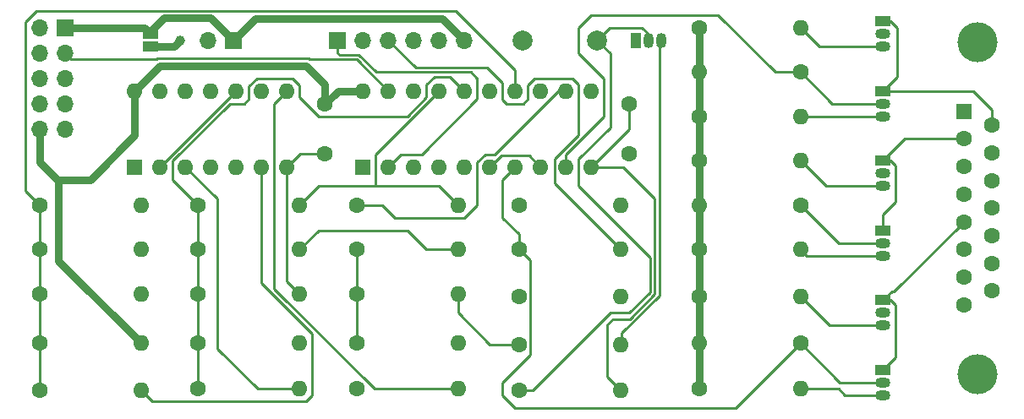
<source format=gbr>
%TF.GenerationSoftware,KiCad,Pcbnew,7.0.8*%
%TF.CreationDate,2025-04-01T12:55:51+02:00*%
%TF.ProjectId,colorswitch,636f6c6f-7273-4776-9974-63682e6b6963,rev?*%
%TF.SameCoordinates,Original*%
%TF.FileFunction,Copper,L1,Top*%
%TF.FilePolarity,Positive*%
%FSLAX46Y46*%
G04 Gerber Fmt 4.6, Leading zero omitted, Abs format (unit mm)*
G04 Created by KiCad (PCBNEW 7.0.8) date 2025-04-01 12:55:51*
%MOMM*%
%LPD*%
G01*
G04 APERTURE LIST*
%TA.AperFunction,ComponentPad*%
%ADD10C,4.000000*%
%TD*%
%TA.AperFunction,ComponentPad*%
%ADD11R,1.600000X1.600000*%
%TD*%
%TA.AperFunction,ComponentPad*%
%ADD12C,1.600000*%
%TD*%
%TA.AperFunction,ComponentPad*%
%ADD13O,1.600000X1.600000*%
%TD*%
%TA.AperFunction,ComponentPad*%
%ADD14R,1.700000X1.700000*%
%TD*%
%TA.AperFunction,ComponentPad*%
%ADD15O,1.700000X1.700000*%
%TD*%
%TA.AperFunction,ComponentPad*%
%ADD16C,2.000000*%
%TD*%
%TA.AperFunction,ComponentPad*%
%ADD17R,1.050000X1.500000*%
%TD*%
%TA.AperFunction,ComponentPad*%
%ADD18O,1.050000X1.500000*%
%TD*%
%TA.AperFunction,ComponentPad*%
%ADD19R,1.500000X1.050000*%
%TD*%
%TA.AperFunction,ComponentPad*%
%ADD20O,1.500000X1.050000*%
%TD*%
%TA.AperFunction,SMDPad,CuDef*%
%ADD21R,1.500000X1.000000*%
%TD*%
%TA.AperFunction,ViaPad*%
%ADD22C,1.000000*%
%TD*%
%TA.AperFunction,Conductor*%
%ADD23C,0.250000*%
%TD*%
%TA.AperFunction,Conductor*%
%ADD24C,0.750000*%
%TD*%
G04 APERTURE END LIST*
D10*
%TO.P,J4,0*%
%TO.N,N/C*%
X190470000Y-80190000D03*
X190470000Y-113490000D03*
D11*
%TO.P,J4,1,1*%
%TO.N,GND1*%
X189050000Y-87145000D03*
D12*
%TO.P,J4,2,2*%
%TO.N,RED*%
X189050000Y-89915000D03*
%TO.P,J4,3,3*%
%TO.N,CSYNC*%
X189050000Y-92685000D03*
%TO.P,J4,4,4*%
%TO.N,unconnected-(J4-Pad4)*%
X189050000Y-95455000D03*
%TO.P,J4,5,5*%
%TO.N,GREEN*%
X189050000Y-98225000D03*
%TO.P,J4,6,6*%
%TO.N,GND1*%
X189050000Y-100995000D03*
%TO.P,J4,7,7*%
%TO.N,unconnected-(J4-Pad7)*%
X189050000Y-103765000D03*
%TO.P,J4,8,8*%
%TO.N,unconnected-(J4-Pad8)*%
X189050000Y-106535000D03*
%TO.P,J4,9,P9*%
%TO.N,BLUE*%
X191890000Y-88530000D03*
%TO.P,J4,10,P10*%
%TO.N,unconnected-(J4-P10-Pad10)*%
X191890000Y-91300000D03*
%TO.P,J4,11,P111*%
%TO.N,unconnected-(J4-P111-Pad11)*%
X191890000Y-94070000D03*
%TO.P,J4,12,P12*%
%TO.N,unconnected-(J4-P12-Pad12)*%
X191890000Y-96840000D03*
%TO.P,J4,13,P13*%
%TO.N,GND1*%
X191890000Y-99610000D03*
%TO.P,J4,14,P14*%
%TO.N,unconnected-(J4-P14-Pad14)*%
X191890000Y-102380000D03*
%TO.P,J4,15,P15*%
%TO.N,unconnected-(J4-P15-Pad15)*%
X191890000Y-105150000D03*
%TD*%
%TO.P,R30,1*%
%TO.N,Net-(Q8-B)*%
X144537841Y-115082000D03*
D13*
%TO.P,R30,2*%
%TO.N,GND1*%
X154697841Y-115082000D03*
%TD*%
D12*
%TO.P,R23,1*%
%TO.N,CG*%
X128281841Y-105430000D03*
D13*
%TO.P,R23,2*%
%TO.N,GND1*%
X138441841Y-105430000D03*
%TD*%
D14*
%TO.P,J2,1,Pin_1*%
%TO.N,Net-(J2-Pin_1)*%
X126376841Y-80030000D03*
D15*
%TO.P,J2,2,Pin_2*%
%TO.N,unconnected-(J2-Pin_2-Pad2)*%
X128916841Y-80030000D03*
%TO.P,J2,3,Pin_3*%
%TO.N,Net-(J2-Pin_3)*%
X131456841Y-80030000D03*
%TO.P,J2,4,Pin_4*%
%TO.N,Net-(J2-Pin_4)*%
X133996841Y-80030000D03*
%TO.P,J2,5,Pin_5*%
%TO.N,Net-(J2-Pin_5)*%
X136536841Y-80030000D03*
%TO.P,J2,6,Pin_6*%
%TO.N,GND*%
X139076841Y-80030000D03*
%TD*%
D14*
%TO.P,J3,1,Pin_1*%
%TO.N,GND*%
X115896841Y-80030000D03*
D15*
%TO.P,J3,2,Pin_2*%
%TO.N,VCC*%
X113356841Y-80030000D03*
%TD*%
D12*
%TO.P,R5,1*%
%TO.N,VCC*%
X162571841Y-114955000D03*
D13*
%TO.P,R5,2*%
%TO.N,Net-(Q5-C)*%
X172731841Y-114955000D03*
%TD*%
D12*
%TO.P,R13,1*%
%TO.N,CB*%
X112406841Y-105430000D03*
D13*
%TO.P,R13,2*%
%TO.N,GND1*%
X122566841Y-105430000D03*
%TD*%
D12*
%TO.P,R15,1*%
%TO.N,CB*%
X112406841Y-114955000D03*
D13*
%TO.P,R15,2*%
%TO.N,X3*%
X122566841Y-114955000D03*
%TD*%
D14*
%TO.P,J1,1,Pin_1*%
%TO.N,GND*%
X99066841Y-78765000D03*
D15*
%TO.P,J1,2,Pin_2*%
%TO.N,INT*%
X96526841Y-78765000D03*
%TO.P,J1,3,Pin_3*%
%TO.N,ENABLE*%
X99066841Y-81305000D03*
%TO.P,J1,4,Pin_4*%
%TO.N,CS*%
X96526841Y-81305000D03*
%TO.P,J1,5,Pin_5*%
%TO.N,R*%
X99066841Y-83845000D03*
%TO.P,J1,6,Pin_6*%
%TO.N,unconnected-(J1-Pin_6-Pad6)*%
X96526841Y-83845000D03*
%TO.P,J1,7,Pin_7*%
%TO.N,G*%
X99066841Y-86385000D03*
%TO.P,J1,8,Pin_8*%
%TO.N,unconnected-(J1-Pin_8-Pad8)*%
X96526841Y-86385000D03*
%TO.P,J1,9,Pin_9*%
%TO.N,B*%
X99066841Y-88925000D03*
%TO.P,J1,10,Pin_10*%
%TO.N,VCC*%
X96526841Y-88925000D03*
%TD*%
D11*
%TO.P,U2,1*%
%TO.N,G*%
X106056841Y-92730000D03*
D13*
%TO.P,U2,2*%
%TO.N,Net-(Q8-C)*%
X108596841Y-92730000D03*
%TO.P,U2,3*%
%TO.N,X3*%
X111136841Y-92730000D03*
%TO.P,U2,4*%
%TO.N,B*%
X113676841Y-92730000D03*
%TO.P,U2,5*%
%TO.N,Net-(Q8-C)*%
X116216841Y-92730000D03*
%TO.P,U2,6*%
%TO.N,X5*%
X118756841Y-92730000D03*
%TO.P,U2,7,GND*%
%TO.N,GND1*%
X121296841Y-92730000D03*
%TO.P,U2,8*%
%TO.N,X6*%
X121296841Y-85110000D03*
%TO.P,U2,9*%
%TO.N,R*%
X118756841Y-85110000D03*
%TO.P,U2,10*%
%TO.N,Net-(Q8-C)*%
X116216841Y-85110000D03*
%TO.P,U2,11*%
%TO.N,X2*%
X113676841Y-85110000D03*
%TO.P,U2,12*%
%TO.N,INT*%
X111136841Y-85110000D03*
%TO.P,U2,13*%
%TO.N,Net-(Q8-C)*%
X108596841Y-85110000D03*
%TO.P,U2,14,VCC*%
%TO.N,VCC*%
X106056841Y-85110000D03*
%TD*%
D16*
%TO.P,C3,1*%
%TO.N,CS*%
X144851841Y-80030000D03*
%TO.P,C3,2*%
%TO.N,Net-(Q8-B)*%
X152351841Y-80030000D03*
%TD*%
D12*
%TO.P,R11,1*%
%TO.N,CB*%
X112406841Y-96540000D03*
D13*
%TO.P,R11,2*%
%TO.N,CS*%
X122566841Y-96540000D03*
%TD*%
D12*
%TO.P,R17,1*%
%TO.N,CR*%
X96531841Y-100985000D03*
D13*
%TO.P,R17,2*%
%TO.N,X2*%
X106691841Y-100985000D03*
%TD*%
D17*
%TO.P,Q8,1,E*%
%TO.N,VCC*%
X156221841Y-80030000D03*
D18*
%TO.P,Q8,2,B*%
%TO.N,Net-(Q8-B)*%
X157491841Y-80030000D03*
%TO.P,Q8,3,C*%
%TO.N,Net-(Q8-C)*%
X158761841Y-80030000D03*
%TD*%
D12*
%TO.P,R26,1*%
%TO.N,Net-(Q3-B)*%
X144537841Y-96540000D03*
D13*
%TO.P,R26,2*%
%TO.N,Net-(J2-Pin_4)*%
X154697841Y-96540000D03*
%TD*%
D12*
%TO.P,R27,1*%
%TO.N,Net-(Q5-B)*%
X144537841Y-100985000D03*
D13*
%TO.P,R27,2*%
%TO.N,Net-(J2-Pin_3)*%
X154697841Y-100985000D03*
%TD*%
D19*
%TO.P,Q3,1,E*%
%TO.N,RED*%
X180986841Y-99080000D03*
D20*
%TO.P,Q3,2,B*%
%TO.N,Net-(Q3-B)*%
X180986841Y-100350000D03*
%TO.P,Q3,3,C*%
%TO.N,Net-(Q3-C)*%
X180986841Y-101620000D03*
%TD*%
D12*
%TO.P,R19,1*%
%TO.N,CR*%
X96531841Y-110383000D03*
D13*
%TO.P,R19,2*%
%TO.N,VCC*%
X106691841Y-110383000D03*
%TD*%
D19*
%TO.P,Q2,1,E*%
%TO.N,BLUE*%
X180986841Y-78125000D03*
D20*
%TO.P,Q2,2,B*%
%TO.N,CB*%
X180986841Y-79395000D03*
%TO.P,Q2,3,C*%
%TO.N,Net-(Q2-C)*%
X180986841Y-80665000D03*
%TD*%
D12*
%TO.P,R29,1*%
%TO.N,GND1*%
X144537841Y-110510000D03*
D13*
%TO.P,R29,2*%
%TO.N,Net-(Q8-C)*%
X154697841Y-110510000D03*
%TD*%
D12*
%TO.P,R4,1*%
%TO.N,VCC*%
X162571841Y-92095000D03*
D13*
%TO.P,R4,2*%
%TO.N,Net-(Q4-C)*%
X172731841Y-92095000D03*
%TD*%
D12*
%TO.P,R14,1*%
%TO.N,CB*%
X112406841Y-110383000D03*
D13*
%TO.P,R14,2*%
%TO.N,VCC*%
X122566841Y-110383000D03*
%TD*%
D12*
%TO.P,R18,1*%
%TO.N,CR*%
X96531841Y-105430000D03*
D13*
%TO.P,R18,2*%
%TO.N,GND1*%
X106691841Y-105430000D03*
%TD*%
D21*
%TO.P,JP1,1,A*%
%TO.N,GND*%
X107621841Y-79365000D03*
%TO.P,JP1,2,B*%
%TO.N,GND1*%
X107621841Y-80665000D03*
%TD*%
D19*
%TO.P,Q6,1,E*%
%TO.N,GREEN*%
X180986841Y-106065000D03*
D20*
%TO.P,Q6,2,B*%
%TO.N,CG*%
X180986841Y-107335000D03*
%TO.P,Q6,3,C*%
%TO.N,Net-(Q6-C)*%
X180986841Y-108605000D03*
%TD*%
D12*
%TO.P,R16,1*%
%TO.N,CR*%
X96531841Y-96540000D03*
D13*
%TO.P,R16,2*%
%TO.N,CS*%
X106691841Y-96540000D03*
%TD*%
D12*
%TO.P,R8,1*%
%TO.N,Net-(Q1-B)*%
X172731841Y-83205000D03*
D13*
%TO.P,R8,2*%
%TO.N,VCC*%
X162571841Y-83205000D03*
%TD*%
D12*
%TO.P,R10,1*%
%TO.N,Net-(Q5-B)*%
X172731841Y-110383000D03*
D13*
%TO.P,R10,2*%
%TO.N,VCC*%
X162571841Y-110383000D03*
%TD*%
D12*
%TO.P,R3,1*%
%TO.N,VCC*%
X162571841Y-100985000D03*
D13*
%TO.P,R3,2*%
%TO.N,Net-(Q3-C)*%
X172731841Y-100985000D03*
%TD*%
D12*
%TO.P,R25,1*%
%TO.N,CG*%
X128281841Y-114955000D03*
D13*
%TO.P,R25,2*%
%TO.N,X6*%
X138441841Y-114955000D03*
%TD*%
D12*
%TO.P,R6,1*%
%TO.N,VCC*%
X162571841Y-105684000D03*
D13*
%TO.P,R6,2*%
%TO.N,Net-(Q6-C)*%
X172731841Y-105684000D03*
%TD*%
D12*
%TO.P,C1,1*%
%TO.N,VCC*%
X125106841Y-86420000D03*
%TO.P,C1,2*%
%TO.N,GND1*%
X125106841Y-91420000D03*
%TD*%
D19*
%TO.P,Q5,1,E*%
%TO.N,GREEN*%
X180986841Y-113050000D03*
D20*
%TO.P,Q5,2,B*%
%TO.N,Net-(Q5-B)*%
X180986841Y-114320000D03*
%TO.P,Q5,3,C*%
%TO.N,Net-(Q5-C)*%
X180986841Y-115590000D03*
%TD*%
D19*
%TO.P,Q1,1,E*%
%TO.N,BLUE*%
X180986841Y-85110000D03*
D20*
%TO.P,Q1,2,B*%
%TO.N,Net-(Q1-B)*%
X180986841Y-86380000D03*
%TO.P,Q1,3,C*%
%TO.N,Net-(Q1-C)*%
X180986841Y-87650000D03*
%TD*%
D12*
%TO.P,R2,1*%
%TO.N,VCC*%
X162571841Y-78760000D03*
D13*
%TO.P,R2,2*%
%TO.N,Net-(Q2-C)*%
X172731841Y-78760000D03*
%TD*%
D12*
%TO.P,R9,1*%
%TO.N,Net-(Q3-B)*%
X172731841Y-96540000D03*
D13*
%TO.P,R9,2*%
%TO.N,VCC*%
X162571841Y-96540000D03*
%TD*%
D19*
%TO.P,Q4,1,E*%
%TO.N,RED*%
X180986841Y-92095000D03*
D20*
%TO.P,Q4,2,B*%
%TO.N,CR*%
X180986841Y-93365000D03*
%TO.P,Q4,3,C*%
%TO.N,Net-(Q4-C)*%
X180986841Y-94635000D03*
%TD*%
D12*
%TO.P,R22,1*%
%TO.N,CG*%
X128281841Y-100985000D03*
D13*
%TO.P,R22,2*%
%TO.N,X2*%
X138441841Y-100985000D03*
%TD*%
D12*
%TO.P,R28,1*%
%TO.N,Net-(Q1-B)*%
X144537841Y-105684000D03*
D13*
%TO.P,R28,2*%
%TO.N,Net-(J2-Pin_5)*%
X154697841Y-105684000D03*
%TD*%
D12*
%TO.P,R20,1*%
%TO.N,CR*%
X96531841Y-115082000D03*
D13*
%TO.P,R20,2*%
%TO.N,X5*%
X106691841Y-115082000D03*
%TD*%
D12*
%TO.P,C2,1*%
%TO.N,VCC*%
X155586841Y-91420000D03*
%TO.P,C2,2*%
%TO.N,GND1*%
X155586841Y-86420000D03*
%TD*%
%TO.P,R21,1*%
%TO.N,CG*%
X128281841Y-96540000D03*
D13*
%TO.P,R21,2*%
%TO.N,CS*%
X138441841Y-96540000D03*
%TD*%
D11*
%TO.P,U1,1*%
%TO.N,ENABLE*%
X128916841Y-92730000D03*
D13*
%TO.P,U1,2*%
%TO.N,Net-(J2-Pin_1)*%
X131456841Y-92730000D03*
%TO.P,U1,3*%
%TO.N,CSYNC*%
X133996841Y-92730000D03*
%TO.P,U1,4*%
%TO.N,GND1*%
X136536841Y-92730000D03*
%TO.P,U1,5*%
%TO.N,Net-(Q3-B)*%
X139076841Y-92730000D03*
%TO.P,U1,6*%
%TO.N,GND1*%
X141616841Y-92730000D03*
%TO.P,U1,7*%
%TO.N,Net-(Q5-B)*%
X144156841Y-92730000D03*
%TO.P,U1,8*%
%TO.N,GND1*%
X146696841Y-92730000D03*
%TO.P,U1,9*%
%TO.N,Net-(Q1-B)*%
X149236841Y-92730000D03*
%TO.P,U1,10,GND*%
%TO.N,GND1*%
X151776841Y-92730000D03*
%TO.P,U1,11*%
X151776841Y-85110000D03*
%TO.P,U1,12*%
%TO.N,CG*%
X149236841Y-85110000D03*
%TO.P,U1,13*%
%TO.N,GND1*%
X146696841Y-85110000D03*
%TO.P,U1,14*%
%TO.N,CR*%
X144156841Y-85110000D03*
%TO.P,U1,15*%
%TO.N,GND1*%
X141616841Y-85110000D03*
%TO.P,U1,16*%
%TO.N,CB*%
X139076841Y-85110000D03*
%TO.P,U1,17*%
%TO.N,CS*%
X136536841Y-85110000D03*
%TO.P,U1,18*%
%TO.N,CSYNC*%
X133996841Y-85110000D03*
%TO.P,U1,19*%
%TO.N,ENABLE*%
X131456841Y-85110000D03*
%TO.P,U1,20,VCC*%
%TO.N,VCC*%
X128916841Y-85110000D03*
%TD*%
D12*
%TO.P,R1,1*%
%TO.N,VCC*%
X162571841Y-87650000D03*
D13*
%TO.P,R1,2*%
%TO.N,Net-(Q1-C)*%
X172731841Y-87650000D03*
%TD*%
D12*
%TO.P,R24,1*%
%TO.N,CG*%
X128281841Y-110383000D03*
D13*
%TO.P,R24,2*%
%TO.N,VCC*%
X138441841Y-110383000D03*
%TD*%
D12*
%TO.P,R12,1*%
%TO.N,CB*%
X112406841Y-100985000D03*
D13*
%TO.P,R12,2*%
%TO.N,X2*%
X122566841Y-100985000D03*
%TD*%
D22*
%TO.N,GND1*%
X110621841Y-80080000D03*
%TD*%
D23*
%TO.N,BLUE*%
X180986841Y-85110000D02*
X180996841Y-85100000D01*
X191890000Y-86988000D02*
X191890000Y-88530000D01*
X180996841Y-85100000D02*
X190002000Y-85100000D01*
X190002000Y-85100000D02*
X191890000Y-86988000D01*
%TO.N,GREEN*%
X189050000Y-98225000D02*
X182085380Y-105189620D01*
X182085380Y-105189620D02*
X181862221Y-105189620D01*
%TO.N,RED*%
X189050000Y-89915000D02*
X183166841Y-89915000D01*
X183166841Y-89915000D02*
X180986841Y-92095000D01*
D24*
%TO.N,VCC*%
X162571841Y-87650000D02*
X162571841Y-92095000D01*
X125106841Y-84475000D02*
X123201841Y-82570000D01*
X98436841Y-94145000D02*
X96526841Y-92235000D01*
X98436841Y-102128000D02*
X98436841Y-94145000D01*
X106056841Y-89555000D02*
X106056841Y-85110000D01*
X108596841Y-82570000D02*
X106056841Y-85110000D01*
X162571841Y-96540000D02*
X162571841Y-100985000D01*
X106691841Y-110383000D02*
X98436841Y-102128000D01*
X162571841Y-83205000D02*
X162571841Y-87650000D01*
X123201841Y-82570000D02*
X108596841Y-82570000D01*
X96526841Y-92235000D02*
X96526841Y-88925000D01*
X162571841Y-110383000D02*
X162571841Y-115082000D01*
D23*
X122693841Y-110510000D02*
X122566841Y-110383000D01*
D24*
X125106841Y-86420000D02*
X125106841Y-84475000D01*
X162571841Y-78760000D02*
X162571841Y-83205000D01*
X128916841Y-85110000D02*
X126416841Y-85110000D01*
X126416841Y-85110000D02*
X125106841Y-86420000D01*
X162571841Y-105684000D02*
X162571841Y-100985000D01*
X162571841Y-110383000D02*
X162571841Y-105684000D01*
X98371841Y-94000000D02*
X101611841Y-94000000D01*
X101611841Y-94000000D02*
X106056841Y-89555000D01*
X162571841Y-92095000D02*
X162571841Y-96540000D01*
D23*
X98331841Y-94040000D02*
X98371841Y-94000000D01*
%TO.N,GND1*%
X122566841Y-105430000D02*
X121296841Y-104160000D01*
X155586841Y-86420000D02*
X155586841Y-88920000D01*
X154951841Y-92730000D02*
X158126841Y-95905000D01*
D24*
X110621841Y-80080000D02*
X110036841Y-80665000D01*
X110036841Y-80665000D02*
X107621841Y-80665000D01*
D23*
X155588237Y-107970000D02*
X153931841Y-107970000D01*
X153931841Y-107970000D02*
X153371841Y-108530000D01*
X110621841Y-80080000D02*
X110521841Y-79980000D01*
X138441841Y-107335000D02*
X141616841Y-110510000D01*
X141616841Y-92730000D02*
X142741841Y-91605000D01*
X141616841Y-110510000D02*
X144537841Y-110510000D01*
X121296841Y-104160000D02*
X121296841Y-92730000D01*
X145571841Y-91605000D02*
X146696841Y-92730000D01*
X142741841Y-91605000D02*
X145571841Y-91605000D01*
X138441841Y-105430000D02*
X138441841Y-107335000D01*
X155586841Y-88920000D02*
X151776841Y-92730000D01*
X122606841Y-91420000D02*
X121296841Y-92730000D01*
X153371841Y-108530000D02*
X153371841Y-113756000D01*
X153371841Y-113756000D02*
X154697841Y-115082000D01*
X158126841Y-95905000D02*
X158126841Y-105431396D01*
X125106841Y-91420000D02*
X122606841Y-91420000D01*
X158126841Y-105431396D02*
X155588237Y-107970000D01*
X151776841Y-92730000D02*
X154951841Y-92730000D01*
%TO.N,CS*%
X136536841Y-94635000D02*
X130186841Y-94635000D01*
X130186841Y-94635000D02*
X130186841Y-91460000D01*
X138441841Y-96540000D02*
X136536841Y-94635000D01*
X130186841Y-91460000D02*
X136536841Y-85110000D01*
X124471841Y-94635000D02*
X130186841Y-94635000D01*
X122566841Y-96540000D02*
X124471841Y-94635000D01*
%TO.N,Net-(Q8-B)*%
X153681841Y-81360000D02*
X152351841Y-80030000D01*
X152351841Y-80030000D02*
X153621841Y-78760000D01*
X157676841Y-101805000D02*
X150506841Y-94635000D01*
X157676841Y-105245000D02*
X157676841Y-101805000D01*
X153681841Y-88763061D02*
X153681841Y-81360000D01*
X144537841Y-115082000D02*
X145934841Y-115082000D01*
X157491841Y-79395000D02*
X157491841Y-80030000D01*
X153621841Y-78760000D02*
X156856841Y-78760000D01*
X150506841Y-91938061D02*
X153681841Y-88763061D01*
X150506841Y-94635000D02*
X150506841Y-91938061D01*
X156856841Y-78760000D02*
X157491841Y-79395000D01*
X145934841Y-115082000D02*
X153681841Y-107335000D01*
X153681841Y-107335000D02*
X155586841Y-107335000D01*
X155586841Y-107335000D02*
X157676841Y-105245000D01*
%TO.N,BLUE*%
X182371841Y-83725000D02*
X182371841Y-78760000D01*
X181736841Y-78125000D02*
X180986841Y-78125000D01*
X182371841Y-78760000D02*
X181736841Y-78125000D01*
X180986841Y-85110000D02*
X182371841Y-83725000D01*
%TO.N,Net-(Q1-B)*%
X172731841Y-83205000D02*
X175906841Y-86380000D01*
X153046841Y-87650000D02*
X153046841Y-83840000D01*
X181140031Y-86380000D02*
X180986841Y-86380000D01*
X149236841Y-91460000D02*
X153046841Y-87650000D01*
X150506841Y-81300000D02*
X150506841Y-78760000D01*
X170191841Y-83205000D02*
X172731841Y-83205000D01*
X164476841Y-77490000D02*
X170191841Y-83205000D01*
X175906841Y-86380000D02*
X180986841Y-86380000D01*
X153046841Y-83840000D02*
X150506841Y-81300000D01*
X149236841Y-92730000D02*
X149236841Y-91460000D01*
X151776841Y-77490000D02*
X164476841Y-77490000D01*
X150506841Y-78760000D02*
X151776841Y-77490000D01*
%TO.N,Net-(Q1-C)*%
X172731841Y-87650000D02*
X180986841Y-87650000D01*
%TO.N,CB*%
X117008780Y-86380000D02*
X117486841Y-85901939D01*
X133360445Y-87650000D02*
X135266841Y-85743604D01*
X112406841Y-96540000D02*
X112406841Y-100985000D01*
X109866841Y-92095698D02*
X115582539Y-86380000D01*
X117486841Y-84635561D02*
X118282402Y-83840000D01*
X122566841Y-85743604D02*
X124473237Y-87650000D01*
X136086841Y-83655000D02*
X137621841Y-83655000D01*
X135266841Y-84475000D02*
X136086841Y-83655000D01*
X117486841Y-85901939D02*
X117486841Y-84635561D01*
X109866841Y-94000000D02*
X109866841Y-92095698D01*
X137621841Y-83655000D02*
X139076841Y-85110000D01*
X115582539Y-86380000D02*
X117008780Y-86380000D01*
X112406841Y-100985000D02*
X112406841Y-105430000D01*
X118282402Y-83840000D02*
X121890445Y-83840000D01*
X112406841Y-96540000D02*
X109866841Y-94000000D01*
X121890445Y-83840000D02*
X122566841Y-84516396D01*
X112406841Y-105430000D02*
X112406841Y-110383000D01*
X122566841Y-84516396D02*
X122566841Y-85743604D01*
X135266841Y-85743604D02*
X135266841Y-84475000D01*
X124473237Y-87650000D02*
X133360445Y-87650000D01*
X112406841Y-114955000D02*
X112406841Y-110383000D01*
%TO.N,Net-(Q2-C)*%
X174636841Y-80665000D02*
X180986841Y-80665000D01*
X172731841Y-78760000D02*
X174636841Y-80665000D01*
%TO.N,RED*%
X182256841Y-96245000D02*
X180986841Y-97515000D01*
X182256841Y-92615000D02*
X182256841Y-96245000D01*
X180986841Y-99080000D02*
X180986841Y-97515000D01*
X180986841Y-92095000D02*
X181736841Y-92095000D01*
X181736841Y-92095000D02*
X182256841Y-92615000D01*
%TO.N,Net-(Q3-B)*%
X172731841Y-96540000D02*
X176541841Y-100350000D01*
X176541841Y-100350000D02*
X180986841Y-100350000D01*
%TO.N,Net-(Q3-C)*%
X172731841Y-100985000D02*
X173366841Y-101620000D01*
X173366841Y-101620000D02*
X180986841Y-101620000D01*
%TO.N,CR*%
X96531841Y-105430000D02*
X96531841Y-110383000D01*
X96531841Y-100985000D02*
X96531841Y-105430000D01*
X96531841Y-96540000D02*
X96531841Y-100985000D01*
X144156841Y-83009973D02*
X144156841Y-85110000D01*
X96211814Y-77080000D02*
X138226868Y-77080000D01*
X96531841Y-115082000D02*
X96531841Y-110383000D01*
X95121841Y-95130000D02*
X95121841Y-78169973D01*
X138226868Y-77080000D02*
X144156841Y-83009973D01*
X96531841Y-96540000D02*
X95121841Y-95130000D01*
X95121841Y-78169973D02*
X96211814Y-77080000D01*
%TO.N,Net-(Q4-C)*%
X175271841Y-94635000D02*
X180986841Y-94635000D01*
X172731841Y-92095000D02*
X175271841Y-94635000D01*
%TO.N,GREEN*%
X181736841Y-106065000D02*
X182256841Y-106585000D01*
X182256841Y-111780000D02*
X180986841Y-113050000D01*
X182256841Y-106585000D02*
X182256841Y-111780000D01*
X180986841Y-106065000D02*
X181736841Y-106065000D01*
X181862221Y-105189620D02*
X180986841Y-106065000D01*
%TO.N,Net-(Q5-B)*%
X144537841Y-100985000D02*
X145662841Y-102110000D01*
X145662841Y-102110000D02*
X145662841Y-111542604D01*
X142886841Y-97810000D02*
X144537841Y-99461000D01*
X176668841Y-114320000D02*
X180986841Y-114320000D01*
X142886841Y-94000000D02*
X142886841Y-97810000D01*
X166254841Y-116860000D02*
X172731841Y-110383000D01*
X142886841Y-115590000D02*
X144156841Y-116860000D01*
X144156841Y-116860000D02*
X166254841Y-116860000D01*
X172731841Y-110383000D02*
X176668841Y-114320000D01*
X145662841Y-111542604D02*
X142886841Y-114318604D01*
X144156841Y-92730000D02*
X142886841Y-94000000D01*
X142886841Y-114318604D02*
X142886841Y-115590000D01*
X144537841Y-99461000D02*
X144537841Y-100985000D01*
%TO.N,Net-(Q5-C)*%
X172731841Y-114955000D02*
X176541841Y-114955000D01*
X172731841Y-115082000D02*
X172731841Y-114955000D01*
X177176841Y-115590000D02*
X180986841Y-115590000D01*
X176541841Y-114955000D02*
X177176841Y-115590000D01*
%TO.N,CG*%
X141142402Y-91460000D02*
X140346841Y-92255561D01*
X142086841Y-91460000D02*
X141142402Y-91460000D01*
X148436841Y-85110000D02*
X142086841Y-91460000D01*
X140346841Y-92255561D02*
X140346841Y-96540000D01*
X130821841Y-96540000D02*
X128281841Y-96540000D01*
X149236841Y-85110000D02*
X148436841Y-85110000D01*
X128281841Y-100985000D02*
X128281841Y-105430000D01*
X139076841Y-97810000D02*
X132091841Y-97810000D01*
X128281841Y-105430000D02*
X128281841Y-110383000D01*
X132091841Y-97810000D02*
X130821841Y-96540000D01*
X140346841Y-96540000D02*
X139076841Y-97810000D01*
%TO.N,Net-(Q6-C)*%
X172731841Y-105684000D02*
X175652841Y-108605000D01*
X175652841Y-108605000D02*
X180986841Y-108605000D01*
%TO.N,Net-(Q8-C)*%
X116216841Y-85110000D02*
X108596841Y-92730000D01*
X158576841Y-80685000D02*
X158341841Y-80450000D01*
X154951841Y-110383000D02*
X154824841Y-110383000D01*
X154824841Y-109369792D02*
X158576841Y-105617792D01*
X158341841Y-80450000D02*
X158761841Y-80030000D01*
X154824841Y-110383000D02*
X154824841Y-109369792D01*
X158576841Y-105617792D02*
X158576841Y-80685000D01*
%TO.N,X2*%
X135266841Y-100985000D02*
X138441841Y-100985000D01*
X133361841Y-99080000D02*
X135266841Y-100985000D01*
X122566841Y-100985000D02*
X124471841Y-99080000D01*
X124471841Y-99080000D02*
X133361841Y-99080000D01*
%TO.N,X3*%
X122566841Y-114955000D02*
X118345902Y-114955000D01*
X114311841Y-95905000D02*
X111136841Y-92730000D01*
X118345902Y-114955000D02*
X114311841Y-110920939D01*
X114311841Y-110920939D02*
X114311841Y-95905000D01*
%TO.N,X5*%
X123201841Y-116225000D02*
X123836841Y-115590000D01*
X107834841Y-116225000D02*
X123201841Y-116225000D01*
X118756841Y-104318335D02*
X118756841Y-92730000D01*
X123836841Y-115590000D02*
X123836841Y-109398335D01*
X123836841Y-109398335D02*
X118756841Y-104318335D01*
X106691841Y-115082000D02*
X107834841Y-116225000D01*
%TO.N,X6*%
X130029902Y-114955000D02*
X138441841Y-114955000D01*
X120026841Y-86380000D02*
X120026841Y-104951939D01*
X121296841Y-85110000D02*
X120026841Y-86380000D01*
X120026841Y-104951939D02*
X130029902Y-114955000D01*
%TO.N,Net-(J2-Pin_3)*%
X142886841Y-84318061D02*
X142886841Y-85982220D01*
X146092963Y-83840000D02*
X149871841Y-83840000D01*
X148111841Y-91948604D02*
X148111841Y-94399000D01*
X150506841Y-84475000D02*
X150506841Y-89553604D01*
X142886841Y-85982220D02*
X143284621Y-86380000D01*
X145426841Y-84506122D02*
X146092963Y-83840000D01*
X134181841Y-82755000D02*
X141323780Y-82755000D01*
X144948780Y-86380000D02*
X145426841Y-85901939D01*
X148111841Y-94399000D02*
X154697841Y-100985000D01*
X143284621Y-86380000D02*
X144948780Y-86380000D01*
X141323780Y-82755000D02*
X142886841Y-84318061D01*
X145426841Y-85901939D02*
X145426841Y-84506122D01*
X149871841Y-83840000D02*
X150506841Y-84475000D01*
X150506841Y-89553604D02*
X148111841Y-91948604D01*
X131456841Y-80030000D02*
X134181841Y-82755000D01*
%TO.N,ENABLE*%
X99696841Y-81935000D02*
X108241891Y-81935000D01*
X99066841Y-81305000D02*
X99696841Y-81935000D01*
X123556790Y-81935000D02*
X128281841Y-81935000D01*
X108241891Y-81935000D02*
X108306892Y-81870000D01*
X123491790Y-81870000D02*
X123556790Y-81935000D01*
X128281841Y-81935000D02*
X131456841Y-85110000D01*
X108306892Y-81870000D02*
X123491790Y-81870000D01*
%TO.N,Net-(J2-Pin_1)*%
X139711841Y-83205000D02*
X140346841Y-83840000D01*
X126376841Y-80030000D02*
X126376841Y-81300000D01*
X140346841Y-83840000D02*
X140346841Y-85903750D01*
X126561841Y-81485000D02*
X128468237Y-81485000D01*
X126376841Y-81300000D02*
X126561841Y-81485000D01*
X130188237Y-83205000D02*
X139711841Y-83205000D01*
X132726841Y-91460000D02*
X131456841Y-92730000D01*
X134790591Y-91460000D02*
X132726841Y-91460000D01*
X128468237Y-81485000D02*
X130188237Y-83205000D01*
X140346841Y-85903750D02*
X134790591Y-91460000D01*
D24*
%TO.N,GND*%
X108941841Y-77780000D02*
X113646841Y-77780000D01*
X136876841Y-77830000D02*
X139076841Y-80030000D01*
X99066841Y-78765000D02*
X99071841Y-78760000D01*
X113646841Y-77780000D02*
X115896841Y-80030000D01*
X107621841Y-79365000D02*
X107621841Y-79100000D01*
X115896841Y-80030000D02*
X118096841Y-77830000D01*
X99071841Y-78760000D02*
X107016841Y-78760000D01*
X118096841Y-77830000D02*
X136876841Y-77830000D01*
X107016841Y-78760000D02*
X107621841Y-79365000D01*
X107621841Y-79100000D02*
X108941841Y-77780000D01*
%TD*%
M02*

</source>
